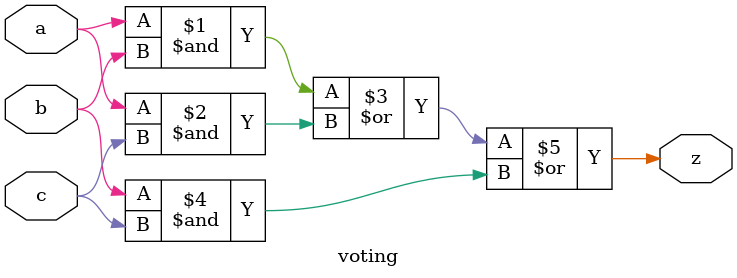
<source format=v>
module voting (
    input a,
    input b,
    input c,
    output z
);
    assign z = (a & b) | (a & c) | (b & c);
endmodule
</source>
